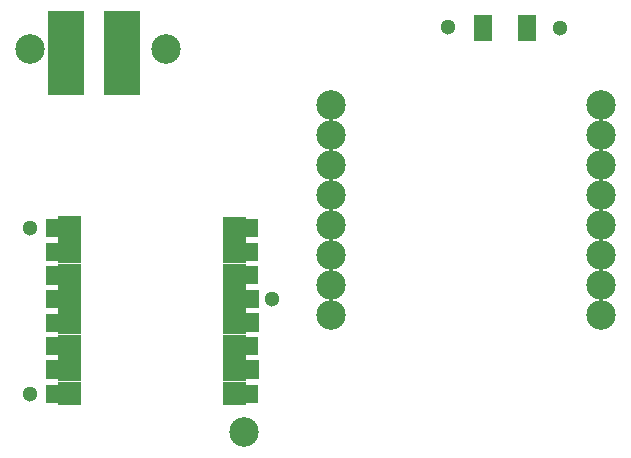
<source format=gbr>
%FSLAX34Y34*%
%MOMM*%
%LNSOLDERMASK_TOP*%
G71*
G01*
%ADD10R,3.100X7.100*%
%ADD11C,1.300*%
%ADD12R,1.500X2.200*%
%ADD13C,2.500*%
%ADD14R,2.800X1.600*%
%LPD*%
X153988Y346869D02*
G54D10*
D03*
X201216Y346869D02*
G54D10*
D03*
X572294Y367903D02*
G54D11*
D03*
X477838Y368697D02*
G54D11*
D03*
X544807Y368200D02*
G54D12*
D03*
X507207Y368300D02*
G54D12*
D03*
X238522Y350441D02*
G54D13*
D03*
G36*
X306817Y188922D02*
X287317Y188922D01*
X287317Y208422D01*
X306817Y208422D01*
X306817Y188922D01*
G37*
G36*
X306817Y168922D02*
X287317Y168922D01*
X287317Y188422D01*
X306817Y188422D01*
X306817Y168922D01*
G37*
G36*
X306817Y148922D02*
X287317Y148922D01*
X287317Y168422D01*
X306817Y168422D01*
X306817Y148922D01*
G37*
G36*
X306817Y128922D02*
X287317Y128922D01*
X287317Y148422D01*
X306817Y148422D01*
X306817Y128922D01*
G37*
G36*
X306817Y108922D02*
X287317Y108922D01*
X287317Y128422D01*
X306817Y128422D01*
X306817Y108922D01*
G37*
G36*
X306817Y88922D02*
X287317Y88922D01*
X287317Y108422D01*
X306817Y108422D01*
X306817Y88922D01*
G37*
G36*
X306817Y68922D02*
X287317Y68922D01*
X287317Y88422D01*
X306817Y88422D01*
X306817Y68922D01*
G37*
G36*
X306817Y48922D02*
X287317Y48922D01*
X287317Y68422D01*
X306817Y68422D01*
X306817Y48922D01*
G37*
G36*
X167077Y188672D02*
X147077Y188672D01*
X147077Y208672D01*
X167077Y208672D01*
X167077Y188672D01*
G37*
G36*
X166827Y168922D02*
X147327Y168922D01*
X147327Y188422D01*
X166827Y188422D01*
X166827Y168922D01*
G37*
G36*
X166827Y148922D02*
X147327Y148922D01*
X147327Y168422D01*
X166827Y168422D01*
X166827Y148922D01*
G37*
G36*
X166827Y128922D02*
X147327Y128922D01*
X147327Y148422D01*
X166827Y148422D01*
X166827Y128922D01*
G37*
G36*
X166827Y108922D02*
X147327Y108922D01*
X147327Y128422D01*
X166827Y128422D01*
X166827Y108922D01*
G37*
G36*
X166827Y88922D02*
X147327Y88922D01*
X147327Y108422D01*
X166827Y108422D01*
X166827Y88922D01*
G37*
G36*
X166827Y68922D02*
X147327Y68922D01*
X147327Y88422D01*
X166827Y88422D01*
X166827Y68922D01*
G37*
G36*
X166827Y48922D02*
X147327Y48922D01*
X147327Y68422D01*
X166827Y68422D01*
X166827Y48922D01*
G37*
X150727Y178672D02*
G54D14*
D03*
X150727Y198672D02*
G54D14*
D03*
G36*
X136727Y166672D02*
X164727Y166672D01*
X164727Y150672D01*
X136727Y150672D01*
X136727Y166672D01*
G37*
X150727Y138672D02*
G54D14*
D03*
X150727Y118672D02*
G54D14*
D03*
X150727Y98672D02*
G54D14*
D03*
G36*
X136727Y86672D02*
X164727Y86672D01*
X164727Y70672D01*
X136727Y70672D01*
X136727Y86672D01*
G37*
X150727Y58672D02*
G54D14*
D03*
X303417Y198672D02*
G54D14*
D03*
X303417Y178672D02*
G54D14*
D03*
X303417Y158672D02*
G54D14*
D03*
G36*
X289417Y146672D02*
X317417Y146672D01*
X317417Y130672D01*
X289417Y130672D01*
X289417Y146672D01*
G37*
G36*
X289417Y126672D02*
X317417Y126672D01*
X317417Y110672D01*
X289417Y110672D01*
X289417Y126672D01*
G37*
X303417Y98672D02*
G54D14*
D03*
G36*
X289417Y86672D02*
X317417Y86672D01*
X317417Y70672D01*
X289417Y70672D01*
X289417Y86672D01*
G37*
X303417Y58672D02*
G54D14*
D03*
X378619Y302816D02*
G54D13*
D03*
X378619Y277416D02*
G54D13*
D03*
X378619Y252016D02*
G54D13*
D03*
X378619Y226616D02*
G54D13*
D03*
X378619Y201216D02*
G54D13*
D03*
X378619Y175816D02*
G54D13*
D03*
X378619Y150416D02*
G54D13*
D03*
X378619Y125016D02*
G54D13*
D03*
X607219Y302816D02*
G54D13*
D03*
X607219Y277416D02*
G54D13*
D03*
X607219Y252016D02*
G54D13*
D03*
X607219Y226616D02*
G54D13*
D03*
X607219Y201216D02*
G54D13*
D03*
X607219Y175816D02*
G54D13*
D03*
X607219Y150416D02*
G54D13*
D03*
X607219Y125016D02*
G54D13*
D03*
X304403Y25797D02*
G54D13*
D03*
X328216Y138509D02*
G54D11*
D03*
X123342Y198672D02*
G54D11*
D03*
X123342Y58672D02*
G54D11*
D03*
X123428Y350441D02*
G54D13*
D03*
M02*

</source>
